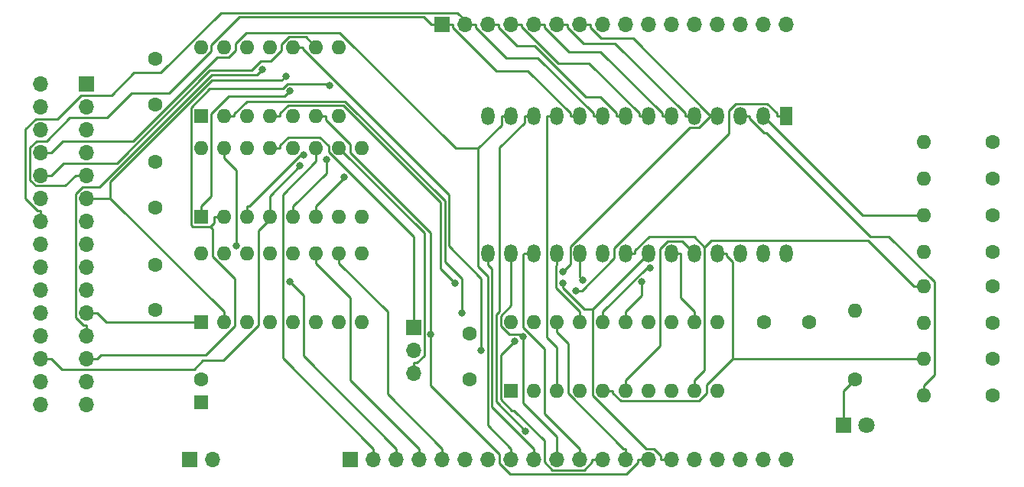
<source format=gbr>
G04 #@! TF.GenerationSoftware,KiCad,Pcbnew,7.0.10-7.0.10~ubuntu22.04.1*
G04 #@! TF.CreationDate,2024-08-31T13:48:36+10:00*
G04 #@! TF.ProjectId,Cat_ROM_Cartridge,4361745f-524f-44d5-9f43-617274726964,rev?*
G04 #@! TF.SameCoordinates,Original*
G04 #@! TF.FileFunction,Copper,L4,Bot*
G04 #@! TF.FilePolarity,Positive*
%FSLAX46Y46*%
G04 Gerber Fmt 4.6, Leading zero omitted, Abs format (unit mm)*
G04 Created by KiCad (PCBNEW 7.0.10-7.0.10~ubuntu22.04.1) date 2024-08-31 13:48:36*
%MOMM*%
%LPD*%
G01*
G04 APERTURE LIST*
G04 #@! TA.AperFunction,ComponentPad*
%ADD10R,1.700000X1.700000*%
G04 #@! TD*
G04 #@! TA.AperFunction,ComponentPad*
%ADD11O,1.700000X1.700000*%
G04 #@! TD*
G04 #@! TA.AperFunction,ComponentPad*
%ADD12R,1.800000X1.800000*%
G04 #@! TD*
G04 #@! TA.AperFunction,ComponentPad*
%ADD13C,1.800000*%
G04 #@! TD*
G04 #@! TA.AperFunction,ComponentPad*
%ADD14C,1.600000*%
G04 #@! TD*
G04 #@! TA.AperFunction,ComponentPad*
%ADD15O,1.600000X1.600000*%
G04 #@! TD*
G04 #@! TA.AperFunction,ComponentPad*
%ADD16R,1.600000X1.600000*%
G04 #@! TD*
G04 #@! TA.AperFunction,ComponentPad*
%ADD17R,1.440000X2.000000*%
G04 #@! TD*
G04 #@! TA.AperFunction,ComponentPad*
%ADD18O,1.440000X2.000000*%
G04 #@! TD*
G04 #@! TA.AperFunction,ViaPad*
%ADD19C,0.800000*%
G04 #@! TD*
G04 #@! TA.AperFunction,Conductor*
%ADD20C,0.250000*%
G04 #@! TD*
G04 APERTURE END LIST*
D10*
X87630000Y-104140000D03*
D11*
X90170000Y-104140000D03*
D12*
X160020000Y-100330000D03*
D13*
X162560000Y-100330000D03*
D14*
X176530000Y-97085000D03*
D15*
X168910000Y-97085000D03*
D14*
X176530000Y-84935000D03*
D15*
X168910000Y-84935000D03*
D14*
X161290000Y-95250000D03*
D15*
X161290000Y-87630000D03*
D16*
X88900000Y-97790000D03*
D14*
X88900000Y-95290000D03*
X176530000Y-68975000D03*
D15*
X168910000Y-68975000D03*
D16*
X88900000Y-88900000D03*
D15*
X91440000Y-88900000D03*
X93980000Y-88900000D03*
X96520000Y-88900000D03*
X99060000Y-88900000D03*
X101600000Y-88900000D03*
X104140000Y-88900000D03*
X106680000Y-88900000D03*
X106680000Y-81280000D03*
X104140000Y-81280000D03*
X101600000Y-81280000D03*
X99060000Y-81280000D03*
X96520000Y-81280000D03*
X93980000Y-81280000D03*
X91440000Y-81280000D03*
X88900000Y-81280000D03*
D14*
X176530000Y-77075000D03*
D15*
X168910000Y-77075000D03*
D14*
X118628000Y-90250000D03*
X118628000Y-95250000D03*
X83820000Y-71200000D03*
X83820000Y-76200000D03*
D10*
X115560000Y-55880000D03*
D11*
X118100000Y-55880000D03*
X120640000Y-55880000D03*
X123180000Y-55880000D03*
X125720000Y-55880000D03*
X128260000Y-55880000D03*
X130800000Y-55880000D03*
X133340000Y-55880000D03*
X135880000Y-55880000D03*
X138420000Y-55880000D03*
X140960000Y-55880000D03*
X143500000Y-55880000D03*
X146040000Y-55880000D03*
X148580000Y-55880000D03*
X151120000Y-55880000D03*
X153660000Y-55880000D03*
D14*
X176530000Y-88985000D03*
D15*
X168910000Y-88985000D03*
D16*
X88900000Y-77216000D03*
D15*
X91440000Y-77216000D03*
X93980000Y-77216000D03*
X96520000Y-77216000D03*
X99060000Y-77216000D03*
X101600000Y-77216000D03*
X104140000Y-77216000D03*
X106680000Y-77216000D03*
X106680000Y-69596000D03*
X104140000Y-69596000D03*
X101600000Y-69596000D03*
X99060000Y-69596000D03*
X96520000Y-69596000D03*
X93980000Y-69596000D03*
X91440000Y-69596000D03*
X88900000Y-69596000D03*
D14*
X176530000Y-73025000D03*
D15*
X168910000Y-73025000D03*
D14*
X151210000Y-88900000D03*
X156210000Y-88900000D03*
X83820000Y-59770000D03*
X83820000Y-64770000D03*
D10*
X76200000Y-62484000D03*
D11*
X76200000Y-65024000D03*
X76200000Y-67564000D03*
X76200000Y-70104000D03*
X76200000Y-72644000D03*
X76200000Y-75184000D03*
X76200000Y-77724000D03*
X76200000Y-80264000D03*
X76200000Y-82804000D03*
X76200000Y-85344000D03*
X76200000Y-87884000D03*
X76200000Y-90424000D03*
X76200000Y-92964000D03*
X76200000Y-95504000D03*
X76200000Y-98044000D03*
X71120000Y-62484000D03*
X71120000Y-65024000D03*
X71120000Y-67564000D03*
X71120000Y-70104000D03*
X71120000Y-72644000D03*
X71120000Y-75184000D03*
X71120000Y-77724000D03*
X71120000Y-80264000D03*
X71120000Y-82804000D03*
X71120000Y-85344000D03*
X71120000Y-87884000D03*
X71120000Y-90424000D03*
X71120000Y-92964000D03*
X71120000Y-95504000D03*
X71120000Y-98044000D03*
D16*
X88900000Y-66040000D03*
D15*
X91440000Y-66040000D03*
X93980000Y-66040000D03*
X96520000Y-66040000D03*
X99060000Y-66040000D03*
X101600000Y-66040000D03*
X104140000Y-66040000D03*
X104140000Y-58420000D03*
X101600000Y-58420000D03*
X99060000Y-58420000D03*
X96520000Y-58420000D03*
X93980000Y-58420000D03*
X91440000Y-58420000D03*
X88900000Y-58420000D03*
D17*
X153660000Y-66040000D03*
D18*
X151120000Y-66040000D03*
X148580000Y-66040000D03*
X146040000Y-66040000D03*
X143500000Y-66040000D03*
X140960000Y-66040000D03*
X138420000Y-66040000D03*
X135880000Y-66040000D03*
X133340000Y-66040000D03*
X130800000Y-66040000D03*
X128260000Y-66040000D03*
X125720000Y-66040000D03*
X123180000Y-66040000D03*
X120640000Y-66040000D03*
X120640000Y-81280000D03*
X123180000Y-81280000D03*
X125720000Y-81280000D03*
X128260000Y-81280000D03*
X130800000Y-81280000D03*
X133340000Y-81280000D03*
X135880000Y-81280000D03*
X138420000Y-81280000D03*
X140960000Y-81280000D03*
X143500000Y-81280000D03*
X146040000Y-81280000D03*
X148580000Y-81280000D03*
X151120000Y-81280000D03*
X153660000Y-81280000D03*
D16*
X123190000Y-96520000D03*
D15*
X125730000Y-96520000D03*
X128270000Y-96520000D03*
X130810000Y-96520000D03*
X133350000Y-96520000D03*
X135890000Y-96520000D03*
X138430000Y-96520000D03*
X140970000Y-96520000D03*
X143510000Y-96520000D03*
X146050000Y-96520000D03*
X146050000Y-88900000D03*
X143510000Y-88900000D03*
X140970000Y-88900000D03*
X138430000Y-88900000D03*
X135890000Y-88900000D03*
X133350000Y-88900000D03*
X130810000Y-88900000D03*
X128270000Y-88900000D03*
X125730000Y-88900000D03*
X123190000Y-88900000D03*
D14*
X176530000Y-93035000D03*
D15*
X168910000Y-93035000D03*
D10*
X112395000Y-89535000D03*
D11*
X112395000Y-92075000D03*
X112395000Y-94615000D03*
D10*
X105400000Y-104140000D03*
D11*
X107940000Y-104140000D03*
X110480000Y-104140000D03*
X113020000Y-104140000D03*
X115560000Y-104140000D03*
X118100000Y-104140000D03*
X120640000Y-104140000D03*
X123180000Y-104140000D03*
X125720000Y-104140000D03*
X128260000Y-104140000D03*
X130800000Y-104140000D03*
X133340000Y-104140000D03*
X135880000Y-104140000D03*
X138420000Y-104140000D03*
X140960000Y-104140000D03*
X143500000Y-104140000D03*
X146040000Y-104140000D03*
X148580000Y-104140000D03*
X151120000Y-104140000D03*
X153660000Y-104140000D03*
D14*
X83820000Y-82550000D03*
X83820000Y-87550000D03*
X176530000Y-81125000D03*
D15*
X168910000Y-81125000D03*
D19*
X123577500Y-91041000D03*
X131102400Y-84273600D03*
X124795000Y-101024000D03*
X98279600Y-61650600D03*
X102742900Y-70872500D03*
X100220300Y-70426400D03*
X98750500Y-63282600D03*
X128924800Y-83355100D03*
X95639900Y-60906400D03*
X103151500Y-62666700D03*
X124553300Y-90569700D03*
X104712400Y-72872600D03*
X114314600Y-90295700D03*
X99854800Y-71611900D03*
X116994800Y-84627700D03*
X128908900Y-84627700D03*
X98675600Y-84461400D03*
X117735700Y-87911200D03*
X137693000Y-84456200D03*
X138583800Y-82887800D03*
X130369800Y-85425500D03*
X119892700Y-92096600D03*
X92795800Y-80481600D03*
D20*
X160020000Y-96520000D02*
X160020000Y-100330000D01*
X161290000Y-95250000D02*
X160020000Y-96520000D01*
X130810000Y-88900000D02*
X130810000Y-87773100D01*
X127774500Y-105329200D02*
X126905800Y-104460500D01*
X133340000Y-104140000D02*
X132163100Y-104140000D01*
X131291900Y-105329200D02*
X127774500Y-105329200D01*
X123302800Y-98729000D02*
X122055100Y-97481300D01*
X132163100Y-104140000D02*
X132163100Y-104458000D01*
X128167500Y-82699400D02*
X128167500Y-85130600D01*
X122055100Y-92563400D02*
X123577500Y-91041000D01*
X122055100Y-97481300D02*
X122055100Y-92563400D01*
X132163100Y-104458000D02*
X131291900Y-105329200D01*
X128260000Y-82606900D02*
X128167500Y-82699400D01*
X126905800Y-102089500D02*
X123545300Y-98729000D01*
X126905800Y-104460500D02*
X126905800Y-102089500D01*
X128167500Y-85130600D02*
X130810000Y-87773100D01*
X123545300Y-98729000D02*
X123302800Y-98729000D01*
X128260000Y-81280000D02*
X128260000Y-82606900D01*
X130800000Y-83971200D02*
X131102400Y-84273600D01*
X130800000Y-82606900D02*
X130800000Y-83971200D01*
X129540000Y-96843800D02*
X129540000Y-91296900D01*
X130800000Y-81280000D02*
X130800000Y-82606900D01*
X135659300Y-102963100D02*
X129540000Y-96843800D01*
X135880000Y-102963100D02*
X135659300Y-102963100D01*
X135880000Y-104140000D02*
X135880000Y-102963100D01*
X129540000Y-91296900D02*
X128270000Y-90026900D01*
X128270000Y-88900000D02*
X128270000Y-90026900D01*
X121554500Y-97783500D02*
X121554500Y-88098900D01*
X124795000Y-101024000D02*
X121554500Y-97783500D01*
X121554500Y-88098900D02*
X121910000Y-87743400D01*
X121910000Y-87743400D02*
X121910000Y-69585500D01*
X121910000Y-69585500D02*
X124673100Y-66822400D01*
X124673100Y-66822400D02*
X124673100Y-66040000D01*
X125720000Y-66040000D02*
X124673100Y-66040000D01*
X121075200Y-98332100D02*
X121075200Y-83042100D01*
X121075200Y-83042100D02*
X120640000Y-82606900D01*
X125720000Y-102963100D02*
X125706200Y-102963100D01*
X120640000Y-81280000D02*
X120640000Y-82606900D01*
X125706200Y-102963100D02*
X121075200Y-98332100D01*
X125720000Y-104140000D02*
X125720000Y-102963100D01*
X121551400Y-61062300D02*
X116736900Y-56247800D01*
X93142400Y-55058800D02*
X113561900Y-55058800D01*
X115560000Y-55880000D02*
X114383100Y-55880000D01*
X81201800Y-63543000D02*
X85370700Y-63543000D01*
X78500700Y-66244100D02*
X81201800Y-63543000D01*
X73845400Y-73821700D02*
X70578700Y-73821700D01*
X71750200Y-68834000D02*
X74340100Y-66244100D01*
X115560000Y-55880000D02*
X116736900Y-55880000D01*
X129753100Y-66040000D02*
X129753100Y-65745600D01*
X75023100Y-72644000D02*
X73845400Y-73821700D01*
X129753100Y-65745600D02*
X125069800Y-61062300D01*
X130800000Y-66040000D02*
X129753100Y-66040000D01*
X70578700Y-73821700D02*
X69930000Y-73173000D01*
X70675800Y-68834000D02*
X71750200Y-68834000D01*
X116736900Y-56247800D02*
X116736900Y-55880000D01*
X74340100Y-66244100D02*
X78500700Y-66244100D01*
X69930000Y-73173000D02*
X69930000Y-69579800D01*
X90026900Y-58886800D02*
X90026900Y-58174300D01*
X76200000Y-72644000D02*
X75023100Y-72644000D01*
X90026900Y-58174300D02*
X93142400Y-55058800D01*
X85370700Y-63543000D02*
X90026900Y-58886800D01*
X125069800Y-61062300D02*
X121551400Y-61062300D01*
X113561900Y-55058800D02*
X114383100Y-55880000D01*
X69930000Y-69579800D02*
X70675800Y-68834000D01*
X131196500Y-58005400D02*
X134712900Y-58005400D01*
X97799900Y-62130300D02*
X98279600Y-61650600D01*
X76200000Y-75184000D02*
X77263500Y-75184000D01*
X90102300Y-62130300D02*
X97799900Y-62130300D01*
X134712900Y-58005400D02*
X142453100Y-65745600D01*
X128260000Y-55880000D02*
X129436900Y-55880000D01*
X78850900Y-75184000D02*
X78850900Y-73381700D01*
X142453100Y-65745600D02*
X142453100Y-66040000D01*
X129436900Y-56245800D02*
X131196500Y-58005400D01*
X143500000Y-66040000D02*
X142453100Y-66040000D01*
X91440000Y-88900000D02*
X91440000Y-87773100D01*
X78850900Y-73381700D02*
X90102300Y-62130300D01*
X77263500Y-75184000D02*
X78850900Y-75184000D01*
X129436900Y-55880000D02*
X129436900Y-56245800D01*
X78850900Y-75184000D02*
X91440000Y-87773100D01*
X99060000Y-77216000D02*
X99060000Y-76089100D01*
X99060000Y-76089100D02*
X102742900Y-72406200D01*
X102742900Y-72406200D02*
X102742900Y-70872500D01*
X94231500Y-76089100D02*
X99894200Y-70426400D01*
X99894200Y-70426400D02*
X100220300Y-70426400D01*
X93980000Y-77216000D02*
X93980000Y-76089100D01*
X93980000Y-76089100D02*
X94231500Y-76089100D01*
X98144500Y-63888600D02*
X98750500Y-63282600D01*
X90026900Y-74962200D02*
X90026900Y-65825900D01*
X90026900Y-65825900D02*
X91964200Y-63888600D01*
X88900000Y-76089100D02*
X90026900Y-74962200D01*
X88900000Y-77216000D02*
X88900000Y-76089100D01*
X91964200Y-63888600D02*
X98144500Y-63888600D01*
X145295600Y-66069700D02*
X143998400Y-67366900D01*
X142950400Y-67366900D02*
X129753100Y-80564200D01*
X129753100Y-80564200D02*
X129753100Y-82526800D01*
X145486900Y-66069700D02*
X145295600Y-66069700D01*
X136690400Y-57464500D02*
X133195600Y-57464500D01*
X145295600Y-66069700D02*
X136690400Y-57464500D01*
X131976900Y-56245800D02*
X131976900Y-55880000D01*
X143998400Y-67366900D02*
X142950400Y-67366900D01*
X145516600Y-66040000D02*
X145486900Y-66069700D01*
X129753100Y-82526800D02*
X128924800Y-83355100D01*
X130800000Y-55880000D02*
X131976900Y-55880000D01*
X133195600Y-57464500D02*
X131976900Y-56245800D01*
X146040000Y-66040000D02*
X145516600Y-66040000D01*
X129591500Y-58940400D02*
X126896900Y-56245800D01*
X139913100Y-65745600D02*
X133107900Y-58940400D01*
X133107900Y-58940400D02*
X129591500Y-58940400D01*
X140960000Y-66040000D02*
X139913100Y-66040000D01*
X76200000Y-87884000D02*
X77376900Y-87884000D01*
X139913100Y-66040000D02*
X139913100Y-65745600D01*
X77376900Y-87884000D02*
X78392900Y-88900000D01*
X125720000Y-55880000D02*
X126896900Y-55880000D01*
X126896900Y-56245800D02*
X126896900Y-55880000D01*
X78392900Y-88900000D02*
X88900000Y-88900000D01*
X90076000Y-61481200D02*
X95065100Y-61481200D01*
X75014200Y-74688700D02*
X75788900Y-73914000D01*
X75788900Y-73914000D02*
X77643200Y-73914000D01*
X125978000Y-57800200D02*
X128392500Y-60214700D01*
X76200000Y-90424000D02*
X76200000Y-89247100D01*
X128392500Y-60214700D02*
X131842200Y-60214700D01*
X124356900Y-55880000D02*
X124356900Y-56181300D01*
X137373100Y-65745600D02*
X137373100Y-66040000D01*
X76200000Y-89247100D02*
X75834200Y-89247100D01*
X77643200Y-73914000D02*
X90076000Y-61481200D01*
X123180000Y-55880000D02*
X124356900Y-55880000D01*
X138420000Y-66040000D02*
X137373100Y-66040000D01*
X95065100Y-61481200D02*
X95639900Y-60906400D01*
X131842200Y-60214700D02*
X137373100Y-65745600D01*
X124356900Y-56181300D02*
X125975800Y-57800200D01*
X75014200Y-88427100D02*
X75014200Y-74688700D01*
X75834200Y-89247100D02*
X75014200Y-88427100D01*
X125975800Y-57800200D02*
X125978000Y-57800200D01*
X97987000Y-63018200D02*
X98459700Y-62545500D01*
X89418300Y-92549900D02*
X77791000Y-92549900D01*
X92604100Y-84085400D02*
X92604100Y-89364100D01*
X89887300Y-78356300D02*
X90313100Y-77930500D01*
X87769900Y-65106200D02*
X89857900Y-63018200D01*
X89887300Y-78356300D02*
X87957100Y-78356300D01*
X92604100Y-89364100D02*
X89418300Y-92549900D01*
X77791000Y-92549900D02*
X77376900Y-92964000D01*
X87769900Y-78169100D02*
X87769900Y-65106200D01*
X90170000Y-78639000D02*
X90170000Y-81651300D01*
X87957100Y-78356300D02*
X87769900Y-78169100D01*
X89887300Y-78356300D02*
X90170000Y-78639000D01*
X76200000Y-92964000D02*
X77376900Y-92964000D01*
X91440000Y-77216000D02*
X90313100Y-77216000D01*
X90170000Y-81651300D02*
X92604100Y-84085400D01*
X89857900Y-63018200D02*
X97987000Y-63018200D01*
X98459700Y-62545500D02*
X103030300Y-62545500D01*
X90313100Y-77930500D02*
X90313100Y-77216000D01*
X103030300Y-62545500D02*
X103151500Y-62666700D01*
X130800000Y-104140000D02*
X130800000Y-102963100D01*
X130800000Y-102963100D02*
X126916200Y-99079300D01*
X124538700Y-81414400D02*
X124673100Y-81280000D01*
X126916200Y-99079300D02*
X126916200Y-91873500D01*
X124538700Y-89496000D02*
X124538700Y-81414400D01*
X126916200Y-91873500D02*
X124538700Y-89496000D01*
X125720000Y-81280000D02*
X124673100Y-81280000D01*
X127141300Y-90637600D02*
X127141300Y-66111800D01*
X127141300Y-66111800D02*
X127213100Y-66040000D01*
X128260000Y-66040000D02*
X127213100Y-66040000D01*
X128270000Y-96520000D02*
X128270000Y-91766300D01*
X128270000Y-91766300D02*
X127141300Y-90637600D01*
X124553300Y-90569700D02*
X124297700Y-90314100D01*
X122986700Y-90314100D02*
X122063100Y-89390500D01*
X128260000Y-104140000D02*
X128260000Y-102963100D01*
X128260000Y-102963100D02*
X128260000Y-101620500D01*
X123180000Y-87112500D02*
X123180000Y-81280000D01*
X122063100Y-88229400D02*
X123180000Y-87112500D01*
X124297700Y-90314100D02*
X122986700Y-90314100D01*
X128260000Y-101620500D02*
X124553300Y-97913800D01*
X122063100Y-89390500D02*
X122063100Y-88229400D01*
X124553300Y-97913800D02*
X124553300Y-90569700D01*
X120621500Y-83825300D02*
X119550200Y-82754000D01*
X123180000Y-102963100D02*
X120621500Y-100404600D01*
X91946100Y-59546900D02*
X90636900Y-59546900D01*
X119550200Y-69669800D02*
X122133100Y-67086900D01*
X119550200Y-82754000D02*
X119550200Y-69669800D01*
X90636900Y-59546900D02*
X81349900Y-68833900D01*
X120621500Y-100404600D02*
X120621500Y-83825300D01*
X92710000Y-58020700D02*
X92710000Y-58783000D01*
X123180000Y-104140000D02*
X123180000Y-102963100D01*
X117064800Y-69669800D02*
X104210600Y-56815600D01*
X73567000Y-68833900D02*
X72296900Y-70104000D01*
X93915100Y-56815600D02*
X92710000Y-58020700D01*
X122133100Y-67086900D02*
X122133100Y-66040000D01*
X123180000Y-66040000D02*
X122133100Y-66040000D01*
X119550200Y-69669800D02*
X117064800Y-69669800D01*
X92710000Y-58783000D02*
X91946100Y-59546900D01*
X71120000Y-70104000D02*
X72296900Y-70104000D01*
X104210600Y-56815600D02*
X93915100Y-56815600D01*
X81349900Y-68833900D02*
X73567000Y-68833900D01*
X89858600Y-61029200D02*
X94452700Y-61029200D01*
X96600400Y-59997300D02*
X97790000Y-58807700D01*
X98593300Y-57290500D02*
X100470500Y-57290500D01*
X79589600Y-71298200D02*
X89858600Y-61029200D01*
X94452700Y-61029200D02*
X95484600Y-59997300D01*
X100470500Y-57290500D02*
X101600000Y-58420000D01*
X73642700Y-71298200D02*
X79589600Y-71298200D01*
X95484600Y-59997300D02*
X96600400Y-59997300D01*
X97790000Y-58093800D02*
X98593300Y-57290500D01*
X97790000Y-58807700D02*
X97790000Y-58093800D01*
X72296900Y-72644000D02*
X73642700Y-71298200D01*
X71120000Y-72644000D02*
X72296900Y-72644000D01*
X131506100Y-63968400D02*
X125789900Y-58252200D01*
X134833100Y-66040000D02*
X134833100Y-65745600D01*
X121816900Y-56245800D02*
X121816900Y-55880000D01*
X133055900Y-63968400D02*
X131506100Y-63968400D01*
X120640000Y-55880000D02*
X121816900Y-55880000D01*
X135880000Y-66040000D02*
X134833100Y-66040000D01*
X125789900Y-58252200D02*
X123823300Y-58252200D01*
X123823300Y-58252200D02*
X121816900Y-56245800D01*
X134833100Y-65745600D02*
X133055900Y-63968400D01*
X126155200Y-59607700D02*
X122638800Y-59607700D01*
X91068600Y-54606900D02*
X84423100Y-61252400D01*
X132293100Y-66040000D02*
X132293100Y-65745600D01*
X118100000Y-55880000D02*
X118569300Y-55880000D01*
X69449000Y-67509700D02*
X69449000Y-75241900D01*
X75569900Y-63753900D02*
X72936700Y-66387100D01*
X78976800Y-63753900D02*
X75569900Y-63753900D01*
X70754200Y-76547100D02*
X71120000Y-76547100D01*
X118688500Y-55880000D02*
X119276900Y-55880000D01*
X118569300Y-55880000D02*
X117296200Y-54606900D01*
X69449000Y-75241900D02*
X70754200Y-76547100D01*
X72936700Y-66387100D02*
X70571600Y-66387100D01*
X118688500Y-55880000D02*
X118569300Y-55880000D01*
X133340000Y-66040000D02*
X132293100Y-66040000D01*
X132293100Y-65745600D02*
X126155200Y-59607700D01*
X117296200Y-54606900D02*
X91068600Y-54606900D01*
X119276900Y-56245800D02*
X119276900Y-55880000D01*
X81478300Y-61252400D02*
X78976800Y-63753900D01*
X71120000Y-77724000D02*
X71120000Y-76547100D01*
X84423100Y-61252400D02*
X81478300Y-61252400D01*
X70571600Y-66387100D02*
X69449000Y-67509700D01*
X122638800Y-59607700D02*
X119276900Y-56245800D01*
X104712400Y-72976700D02*
X104712400Y-72872600D01*
X101600000Y-76089100D02*
X104712400Y-72976700D01*
X101600000Y-77216000D02*
X101600000Y-76089100D01*
X102726900Y-66530900D02*
X102726900Y-66040000D01*
X114314600Y-90295700D02*
X114314600Y-79055900D01*
X105410000Y-69214000D02*
X102726900Y-66530900D01*
X114314600Y-79055900D02*
X105410000Y-70151300D01*
X121910000Y-104602100D02*
X121910000Y-103582700D01*
X138420000Y-104140000D02*
X137243100Y-104140000D01*
X101600000Y-66040000D02*
X102726900Y-66040000D01*
X121910000Y-103582700D02*
X114314600Y-95987300D01*
X105410000Y-70151300D02*
X105410000Y-69214000D01*
X137243100Y-104140000D02*
X137243100Y-104507800D01*
X114314600Y-95987300D02*
X114314600Y-90295700D01*
X135937000Y-105813900D02*
X123121800Y-105813900D01*
X123121800Y-105813900D02*
X121910000Y-104602100D01*
X137243100Y-104507800D02*
X135937000Y-105813900D01*
X89097400Y-93189100D02*
X91308800Y-93189100D01*
X91308800Y-93189100D02*
X95250000Y-89247900D01*
X72296900Y-92964000D02*
X73501600Y-94168700D01*
X88117800Y-94168700D02*
X89097400Y-93189100D01*
X73501600Y-94168700D02*
X88117800Y-94168700D01*
X95250000Y-89247900D02*
X95250000Y-78767700D01*
X96520000Y-74946700D02*
X99854800Y-71611900D01*
X96520000Y-77216000D02*
X96520000Y-74946700D01*
X71120000Y-92964000D02*
X72296900Y-92964000D01*
X96520000Y-77356800D02*
X96520000Y-77216000D01*
X96520000Y-77356800D02*
X96520000Y-77497700D01*
X95250000Y-78767700D02*
X96520000Y-77497700D01*
X139783100Y-103772100D02*
X138974100Y-102963100D01*
X96520000Y-66040000D02*
X97646900Y-66040000D01*
X104615400Y-64902700D02*
X115366300Y-75653600D01*
X131290400Y-87494200D02*
X128908900Y-85112700D01*
X139783100Y-104140000D02*
X139783100Y-103772100D01*
X115366300Y-82999200D02*
X116994800Y-84627700D01*
X132205800Y-87494200D02*
X131290400Y-87494200D01*
X97646900Y-66040000D02*
X97646900Y-65758300D01*
X138974100Y-102963100D02*
X138141800Y-102963100D01*
X98502500Y-64902700D02*
X104615400Y-64902700D01*
X138141800Y-102963100D02*
X132205800Y-97027100D01*
X115366300Y-75653600D02*
X115366300Y-82999200D01*
X128908900Y-85112700D02*
X128908900Y-84627700D01*
X132205800Y-87494200D02*
X138420000Y-81280000D01*
X97646900Y-65758300D02*
X98502500Y-64902700D01*
X140960000Y-104140000D02*
X139783100Y-104140000D01*
X132205800Y-97027100D02*
X132205800Y-87494200D01*
X110480000Y-102963100D02*
X100209200Y-92692300D01*
X110480000Y-104140000D02*
X110480000Y-102963100D01*
X100209200Y-85995000D02*
X98675600Y-84461400D01*
X100209200Y-92692300D02*
X100209200Y-85995000D01*
X113020000Y-102963100D02*
X105410000Y-95353100D01*
X101600000Y-81280000D02*
X101600000Y-82406900D01*
X113020000Y-104140000D02*
X113020000Y-102963100D01*
X105410000Y-86216900D02*
X101600000Y-82406900D01*
X105410000Y-95353100D02*
X105410000Y-86216900D01*
X109512500Y-96915600D02*
X109512500Y-87779400D01*
X104140000Y-81280000D02*
X104140000Y-82406900D01*
X115560000Y-104140000D02*
X115560000Y-102963100D01*
X115560000Y-102963100D02*
X109512500Y-96915600D01*
X109512500Y-87779400D02*
X104140000Y-82406900D01*
X101600000Y-71068000D02*
X101600000Y-70722900D01*
X107940000Y-102963100D02*
X97908700Y-92931800D01*
X101600000Y-69596000D02*
X101600000Y-70722900D01*
X107940000Y-104140000D02*
X107940000Y-102963100D01*
X97908700Y-92931800D02*
X97908700Y-74759300D01*
X97908700Y-74759300D02*
X101600000Y-71068000D01*
X96520000Y-69596000D02*
X97646900Y-69596000D01*
X97646900Y-69314300D02*
X98538300Y-68422900D01*
X103013100Y-69389400D02*
X103013100Y-70062800D01*
X112395000Y-79444700D02*
X112395000Y-88358100D01*
X97646900Y-69596000D02*
X97646900Y-69314300D01*
X102046600Y-68422900D02*
X103013100Y-69389400D01*
X112395000Y-89535000D02*
X112395000Y-88358100D01*
X98538300Y-68422900D02*
X102046600Y-68422900D01*
X103013100Y-70062800D02*
X112395000Y-79444700D01*
X92566900Y-66040000D02*
X92566900Y-65806500D01*
X117735700Y-84115900D02*
X117735700Y-87911200D01*
X91440000Y-66040000D02*
X92566900Y-66040000D01*
X115865300Y-75492300D02*
X115865300Y-82245500D01*
X93933000Y-64440400D02*
X104813400Y-64440400D01*
X104813400Y-64440400D02*
X115865300Y-75492300D01*
X115865300Y-82245500D02*
X117735700Y-84115900D01*
X92566900Y-65806500D02*
X93933000Y-64440400D01*
X113571900Y-79027900D02*
X104140000Y-69596000D01*
X112762900Y-93438100D02*
X113571900Y-92629100D01*
X112395000Y-93438100D02*
X112762900Y-93438100D01*
X112395000Y-94615000D02*
X112395000Y-93438100D01*
X113571900Y-92629100D02*
X113571900Y-79027900D01*
X148580000Y-66040000D02*
X149626900Y-66040000D01*
X149626900Y-66324000D02*
X151237600Y-67934700D01*
X151455900Y-67934700D02*
X162960900Y-79439700D01*
X170056700Y-84470100D02*
X170056700Y-94811400D01*
X170056700Y-94811400D02*
X168910000Y-95958100D01*
X168910000Y-97085000D02*
X168910000Y-95958100D01*
X151237600Y-67934700D02*
X151455900Y-67934700D01*
X162960900Y-79439700D02*
X165026300Y-79439700D01*
X149626900Y-66040000D02*
X149626900Y-66324000D01*
X165026300Y-79439700D02*
X170056700Y-84470100D01*
X144864700Y-96827500D02*
X144864700Y-95905100D01*
X147086900Y-81574500D02*
X147086900Y-81280000D01*
X147759900Y-93009900D02*
X167758000Y-93009900D01*
X133350000Y-96520000D02*
X134476900Y-96520000D01*
X146040000Y-81280000D02*
X147086900Y-81280000D01*
X135374900Y-97699700D02*
X143992500Y-97699700D01*
X147759900Y-93009900D02*
X147759900Y-82247500D01*
X167758000Y-93009900D02*
X167783100Y-93035000D01*
X143992500Y-97699700D02*
X144864700Y-96827500D01*
X147759900Y-82247500D02*
X147086900Y-81574500D01*
X168910000Y-93035000D02*
X167783100Y-93035000D01*
X134476900Y-96520000D02*
X134476900Y-96801700D01*
X134476900Y-96801700D02*
X135374900Y-97699700D01*
X144864700Y-95905100D02*
X147759900Y-93009900D01*
X142152300Y-79932300D02*
X143500000Y-81280000D01*
X135890000Y-95393100D02*
X139700000Y-91583100D01*
X140545000Y-79932300D02*
X142152300Y-79932300D01*
X139700000Y-91583100D02*
X139700000Y-80777300D01*
X139700000Y-80777300D02*
X140545000Y-79932300D01*
X135890000Y-96520000D02*
X135890000Y-95393100D01*
X138481100Y-79458100D02*
X136926900Y-81012300D01*
X135880000Y-81280000D02*
X136926900Y-81280000D01*
X144639600Y-80599800D02*
X145349300Y-79890100D01*
X145349300Y-79890100D02*
X162738200Y-79890100D01*
X144639600Y-80599800D02*
X143497900Y-79458100D01*
X143497900Y-79458100D02*
X138481100Y-79458100D01*
X162738200Y-79890100D02*
X167783100Y-84935000D01*
X168910000Y-84935000D02*
X167783100Y-84935000D01*
X144639600Y-94263500D02*
X143510000Y-95393100D01*
X143510000Y-96520000D02*
X143510000Y-95393100D01*
X136926900Y-81012300D02*
X136926900Y-81280000D01*
X144639600Y-80599800D02*
X144639600Y-94263500D01*
X142006900Y-86270000D02*
X142006900Y-81280000D01*
X143510000Y-87773100D02*
X142006900Y-86270000D01*
X143510000Y-88900000D02*
X143510000Y-87773100D01*
X140960000Y-81280000D02*
X142006900Y-81280000D01*
X137693000Y-85970100D02*
X137693000Y-84456200D01*
X135890000Y-87773100D02*
X137693000Y-85970100D01*
X151120000Y-66040000D02*
X162155000Y-77075000D01*
X135890000Y-88900000D02*
X135890000Y-87773100D01*
X162155000Y-77075000D02*
X168910000Y-77075000D01*
X138583800Y-82887800D02*
X138233500Y-82887800D01*
X133350000Y-88900000D02*
X133350000Y-87773100D01*
X133350000Y-87771300D02*
X133350000Y-87773100D01*
X138233500Y-82887800D02*
X133350000Y-87771300D01*
X151565900Y-64698400D02*
X152613100Y-65745600D01*
X131014300Y-85425500D02*
X134610000Y-81829800D01*
X152613100Y-65745600D02*
X152613100Y-66040000D01*
X134610000Y-81829800D02*
X134610000Y-80727800D01*
X148095100Y-64698400D02*
X151565900Y-64698400D01*
X134610000Y-80727800D02*
X147310000Y-68027800D01*
X147310000Y-65483500D02*
X148095100Y-64698400D01*
X153660000Y-66040000D02*
X152613100Y-66040000D01*
X130369800Y-85425500D02*
X131014300Y-85425500D01*
X147310000Y-68027800D02*
X147310000Y-65483500D01*
X100186900Y-58420000D02*
X100186900Y-58664900D01*
X99060000Y-58420000D02*
X100186900Y-58420000D01*
X116317200Y-80512800D02*
X119892700Y-84088300D01*
X116317200Y-74795200D02*
X116317200Y-80512800D01*
X119892700Y-84088300D02*
X119892700Y-92096600D01*
X100186900Y-58664900D02*
X116317200Y-74795200D01*
X91440000Y-69596000D02*
X91440000Y-70722900D01*
X92795800Y-72078700D02*
X92795800Y-80481600D01*
X91440000Y-70722900D02*
X92795800Y-72078700D01*
M02*

</source>
